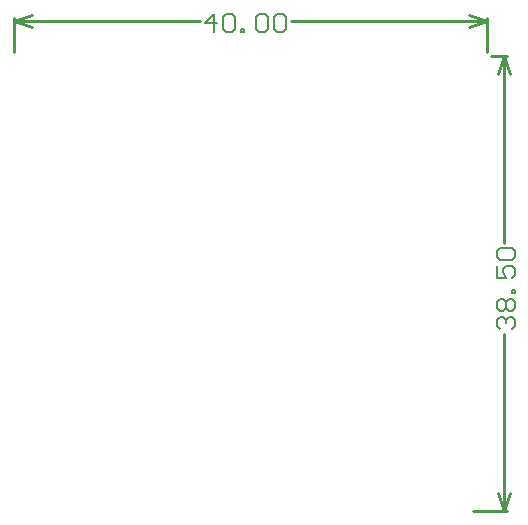
<source format=gm1>
G04*
G04 #@! TF.GenerationSoftware,Altium Limited,Altium Designer,22.1.2 (22)*
G04*
G04 Layer_Color=16711935*
%FSLAX25Y25*%
%MOIN*%
G70*
G04*
G04 #@! TF.SameCoordinates,FD0A4506-277C-477F-BB0F-5FCC6128DB8B*
G04*
G04*
G04 #@! TF.FilePolarity,Positive*
G04*
G01*
G75*
%ADD12C,0.00600*%
%ADD13C,0.01000*%
D12*
X161986Y60692D02*
X160987Y61691D01*
Y63691D01*
X161986Y64691D01*
X162986D01*
X163986Y63691D01*
Y62691D01*
Y63691D01*
X164986Y64691D01*
X165985D01*
X166985Y63691D01*
Y61691D01*
X165985Y60692D01*
X161986Y66690D02*
X160987Y67690D01*
Y69689D01*
X161986Y70688D01*
X162986D01*
X163986Y69689D01*
X164986Y70688D01*
X165985D01*
X166985Y69689D01*
Y67690D01*
X165985Y66690D01*
X164986D01*
X163986Y67690D01*
X162986Y66690D01*
X161986D01*
X163986Y67690D02*
Y69689D01*
X166985Y72688D02*
X165985D01*
Y73688D01*
X166985D01*
Y72688D01*
X160987Y81685D02*
Y77686D01*
X163986D01*
X162986Y79686D01*
Y80685D01*
X163986Y81685D01*
X165985D01*
X166985Y80685D01*
Y78686D01*
X165985Y77686D01*
X161986Y83684D02*
X160987Y84684D01*
Y86683D01*
X161986Y87683D01*
X165985D01*
X166985Y86683D01*
Y84684D01*
X165985Y83684D01*
X161986D01*
X66644Y159787D02*
Y165785D01*
X63644Y162786D01*
X67643D01*
X69643Y164785D02*
X70642Y165785D01*
X72642D01*
X73641Y164785D01*
Y160786D01*
X72642Y159787D01*
X70642D01*
X69643Y160786D01*
Y164785D01*
X75641Y159787D02*
Y160786D01*
X76640D01*
Y159787D01*
X75641D01*
X80639Y164785D02*
X81639Y165785D01*
X83638D01*
X84638Y164785D01*
Y160786D01*
X83638Y159787D01*
X81639D01*
X80639Y160786D01*
Y164785D01*
X86637D02*
X87637Y165785D01*
X89636D01*
X90636Y164785D01*
Y160786D01*
X89636Y159787D01*
X87637D01*
X86637Y160786D01*
Y164785D01*
D13*
X153075Y0D02*
X164386D01*
X158980Y151575D02*
X164386D01*
X163386Y0D02*
Y59092D01*
Y89283D02*
Y151575D01*
Y0D02*
X165386Y6000D01*
X161386D02*
X163386Y0D01*
X161386Y145575D02*
X163386Y151575D01*
X165386Y145575D01*
X157480Y153075D02*
Y164386D01*
X0Y153075D02*
Y164386D01*
X92236Y163386D02*
X157480D01*
X0D02*
X62045D01*
X151480Y165386D02*
X157480Y163386D01*
X151480Y161386D02*
X157480Y163386D01*
X0D02*
X6000Y161386D01*
X0Y163386D02*
X6000Y165386D01*
M02*

</source>
